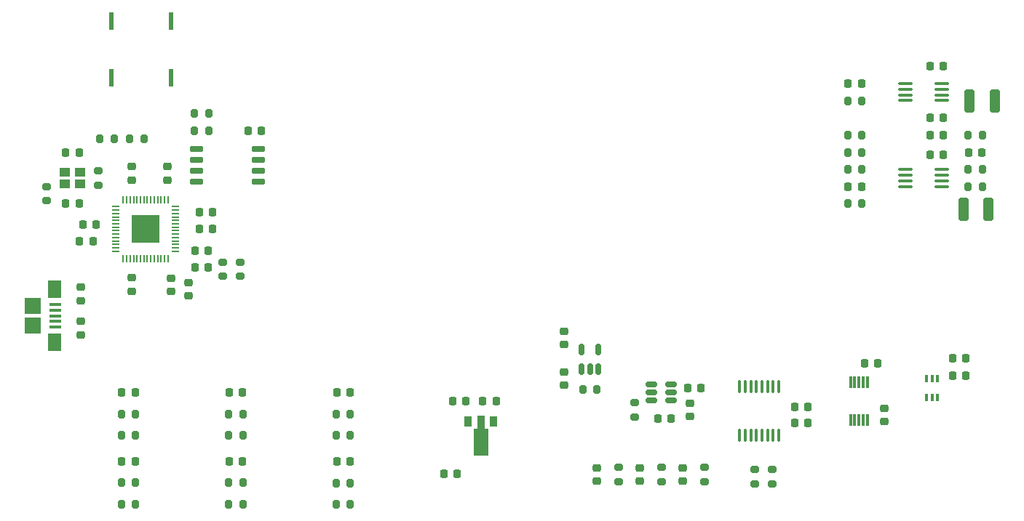
<source format=gtp>
G04 #@! TF.GenerationSoftware,KiCad,Pcbnew,(6.0.5)*
G04 #@! TF.CreationDate,2023-10-06T12:52:39-04:00*
G04 #@! TF.ProjectId,v1,76312e6b-6963-4616-945f-706362585858,rev?*
G04 #@! TF.SameCoordinates,Original*
G04 #@! TF.FileFunction,Paste,Top*
G04 #@! TF.FilePolarity,Positive*
%FSLAX46Y46*%
G04 Gerber Fmt 4.6, Leading zero omitted, Abs format (unit mm)*
G04 Created by KiCad (PCBNEW (6.0.5)) date 2023-10-06 12:52:39*
%MOMM*%
%LPD*%
G01*
G04 APERTURE LIST*
G04 Aperture macros list*
%AMRoundRect*
0 Rectangle with rounded corners*
0 $1 Rounding radius*
0 $2 $3 $4 $5 $6 $7 $8 $9 X,Y pos of 4 corners*
0 Add a 4 corners polygon primitive as box body*
4,1,4,$2,$3,$4,$5,$6,$7,$8,$9,$2,$3,0*
0 Add four circle primitives for the rounded corners*
1,1,$1+$1,$2,$3*
1,1,$1+$1,$4,$5*
1,1,$1+$1,$6,$7*
1,1,$1+$1,$8,$9*
0 Add four rect primitives between the rounded corners*
20,1,$1+$1,$2,$3,$4,$5,0*
20,1,$1+$1,$4,$5,$6,$7,0*
20,1,$1+$1,$6,$7,$8,$9,0*
20,1,$1+$1,$8,$9,$2,$3,0*%
%AMFreePoly0*
4,1,9,3.862500,-0.866500,0.737500,-0.866500,0.737500,-0.450000,-0.737500,-0.450000,-0.737500,0.450000,0.737500,0.450000,0.737500,0.866500,3.862500,0.866500,3.862500,-0.866500,3.862500,-0.866500,$1*%
G04 Aperture macros list end*
%ADD10RoundRect,0.218750X0.256250X-0.218750X0.256250X0.218750X-0.256250X0.218750X-0.256250X-0.218750X0*%
%ADD11RoundRect,0.218750X-0.256250X0.218750X-0.256250X-0.218750X0.256250X-0.218750X0.256250X0.218750X0*%
%ADD12RoundRect,0.200000X-0.200000X-0.275000X0.200000X-0.275000X0.200000X0.275000X-0.200000X0.275000X0*%
%ADD13RoundRect,0.225000X0.225000X0.250000X-0.225000X0.250000X-0.225000X-0.250000X0.225000X-0.250000X0*%
%ADD14RoundRect,0.200000X0.200000X0.275000X-0.200000X0.275000X-0.200000X-0.275000X0.200000X-0.275000X0*%
%ADD15RoundRect,0.225000X0.250000X-0.225000X0.250000X0.225000X-0.250000X0.225000X-0.250000X-0.225000X0*%
%ADD16RoundRect,0.225000X-0.225000X-0.250000X0.225000X-0.250000X0.225000X0.250000X-0.225000X0.250000X0*%
%ADD17RoundRect,0.200000X0.275000X-0.200000X0.275000X0.200000X-0.275000X0.200000X-0.275000X-0.200000X0*%
%ADD18RoundRect,0.200000X-0.275000X0.200000X-0.275000X-0.200000X0.275000X-0.200000X0.275000X0.200000X0*%
%ADD19RoundRect,0.225000X-0.250000X0.225000X-0.250000X-0.225000X0.250000X-0.225000X0.250000X0.225000X0*%
%ADD20O,0.200000X0.875000*%
%ADD21O,0.875000X0.200000*%
%ADD22R,3.200000X3.200000*%
%ADD23R,0.558800X2.108200*%
%ADD24RoundRect,0.100000X-0.100000X0.637500X-0.100000X-0.637500X0.100000X-0.637500X0.100000X0.637500X0*%
%ADD25RoundRect,0.150000X0.150000X-0.512500X0.150000X0.512500X-0.150000X0.512500X-0.150000X-0.512500X0*%
%ADD26RoundRect,0.100000X-0.712500X-0.100000X0.712500X-0.100000X0.712500X0.100000X-0.712500X0.100000X0*%
%ADD27RoundRect,0.150000X-0.650000X-0.150000X0.650000X-0.150000X0.650000X0.150000X-0.650000X0.150000X0*%
%ADD28R,1.150000X1.000000*%
%ADD29R,0.400000X0.900000*%
%ADD30RoundRect,0.150000X-0.512500X-0.150000X0.512500X-0.150000X0.512500X0.150000X-0.512500X0.150000X0*%
%ADD31RoundRect,0.250000X-0.325000X-1.100000X0.325000X-1.100000X0.325000X1.100000X-0.325000X1.100000X0*%
%ADD32R,0.300000X1.400000*%
%ADD33R,1.600000X2.100000*%
%ADD34R,1.900000X1.950000*%
%ADD35R,1.360000X0.400000*%
%ADD36R,0.900000X1.300000*%
%ADD37FreePoly0,270.000000*%
%ADD38RoundRect,0.250000X0.325000X1.100000X-0.325000X1.100000X-0.325000X-1.100000X0.325000X-1.100000X0*%
G04 APERTURE END LIST*
D10*
X94500000Y-106787500D03*
X94500000Y-105212500D03*
D11*
X94500000Y-109212500D03*
X94500000Y-110787500D03*
D12*
X124175000Y-120000000D03*
X125825000Y-120000000D03*
D13*
X115500000Y-87000000D03*
X113950000Y-87000000D03*
D14*
X185325000Y-91500000D03*
X183675000Y-91500000D03*
D15*
X100400000Y-92712500D03*
X100400000Y-91162500D03*
D12*
X99175000Y-120000000D03*
X100825000Y-120000000D03*
D16*
X195905000Y-113500000D03*
X197455000Y-113500000D03*
D17*
X158862500Y-120325000D03*
X158862500Y-118675000D03*
D14*
X113325000Y-122500000D03*
X111675000Y-122500000D03*
D13*
X185275000Y-93500000D03*
X183725000Y-93500000D03*
D11*
X159500000Y-126252500D03*
X159500000Y-127827500D03*
D18*
X172875000Y-126487500D03*
X172875000Y-128137500D03*
D16*
X195905000Y-115500000D03*
X197455000Y-115500000D03*
D12*
X99175000Y-128000000D03*
X100825000Y-128000000D03*
D13*
X138275000Y-127000000D03*
X136725000Y-127000000D03*
D19*
X107000000Y-104662500D03*
X107000000Y-106212500D03*
D18*
X113000000Y-102287500D03*
X113000000Y-103937500D03*
D13*
X194775000Y-87500000D03*
X193225000Y-87500000D03*
D18*
X157000000Y-126215000D03*
X157000000Y-127865000D03*
D20*
X104600000Y-95000000D03*
X104200000Y-95000000D03*
X103800000Y-95000000D03*
X103400000Y-95000000D03*
X103000000Y-95000000D03*
X102600000Y-95000000D03*
X102200000Y-95000000D03*
X101800000Y-95000000D03*
X101400000Y-95000000D03*
X101000000Y-95000000D03*
X100600000Y-95000000D03*
X100200000Y-95000000D03*
X99800000Y-95000000D03*
X99400000Y-95000000D03*
D21*
X98562500Y-95837500D03*
X98562500Y-96237500D03*
X98562500Y-96637500D03*
X98562500Y-97037500D03*
X98562500Y-97437500D03*
X98562500Y-97837500D03*
X98562500Y-98237500D03*
X98562500Y-98637500D03*
X98562500Y-99037500D03*
X98562500Y-99437500D03*
X98562500Y-99837500D03*
X98562500Y-100237500D03*
X98562500Y-100637500D03*
X98562500Y-101037500D03*
D20*
X99400000Y-101875000D03*
X99800000Y-101875000D03*
X100200000Y-101875000D03*
X100600000Y-101875000D03*
X101000000Y-101875000D03*
X101400000Y-101875000D03*
X101800000Y-101875000D03*
X102200000Y-101875000D03*
X102600000Y-101875000D03*
X103000000Y-101875000D03*
X103400000Y-101875000D03*
X103800000Y-101875000D03*
X104200000Y-101875000D03*
X104600000Y-101875000D03*
D21*
X105437500Y-101037500D03*
X105437500Y-100637500D03*
X105437500Y-100237500D03*
X105437500Y-99837500D03*
X105437500Y-99437500D03*
X105437500Y-99037500D03*
X105437500Y-98637500D03*
X105437500Y-98237500D03*
X105437500Y-97837500D03*
X105437500Y-97437500D03*
X105437500Y-97037500D03*
X105437500Y-96637500D03*
X105437500Y-96237500D03*
X105437500Y-95837500D03*
D22*
X102000000Y-98437500D03*
D23*
X105000000Y-74199300D03*
X105000000Y-80800700D03*
D24*
X175650000Y-116775000D03*
X175000000Y-116775000D03*
X174350000Y-116775000D03*
X173700000Y-116775000D03*
X173050000Y-116775000D03*
X172400000Y-116775000D03*
X171750000Y-116775000D03*
X171100000Y-116775000D03*
X171100000Y-122500000D03*
X171750000Y-122500000D03*
X172400000Y-122500000D03*
X173050000Y-122500000D03*
X173700000Y-122500000D03*
X174350000Y-122500000D03*
X175000000Y-122500000D03*
X175650000Y-122500000D03*
D12*
X197675000Y-87500000D03*
X199325000Y-87500000D03*
X183675000Y-83500000D03*
X185325000Y-83500000D03*
X111675000Y-120000000D03*
X113325000Y-120000000D03*
X152875000Y-117100000D03*
X154525000Y-117100000D03*
D13*
X96275000Y-97937500D03*
X94725000Y-97937500D03*
D25*
X152750000Y-114737500D03*
X153700000Y-114737500D03*
X154650000Y-114737500D03*
X154650000Y-112462500D03*
X152750000Y-112462500D03*
D14*
X185325000Y-95500000D03*
X183675000Y-95500000D03*
D17*
X96500000Y-93325000D03*
X96500000Y-91675000D03*
D13*
X94275000Y-89500000D03*
X92725000Y-89500000D03*
D26*
X190387500Y-91525000D03*
X190387500Y-92175000D03*
X190387500Y-92825000D03*
X190387500Y-93475000D03*
X194612500Y-93475000D03*
X194612500Y-92825000D03*
X194612500Y-92175000D03*
X194612500Y-91525000D03*
D12*
X197675000Y-91500000D03*
X199325000Y-91500000D03*
D27*
X107900000Y-89095000D03*
X107900000Y-90365000D03*
X107900000Y-91635000D03*
X107900000Y-92905000D03*
X115100000Y-92905000D03*
X115100000Y-91635000D03*
X115100000Y-90365000D03*
X115100000Y-89095000D03*
D28*
X92625000Y-93200000D03*
X94375000Y-93200000D03*
X94375000Y-91800000D03*
X92625000Y-91800000D03*
D12*
X183675000Y-87500000D03*
X185325000Y-87500000D03*
D14*
X199325000Y-93500000D03*
X197675000Y-93500000D03*
D19*
X150700000Y-115100000D03*
X150700000Y-116650000D03*
D29*
X192850000Y-118100000D03*
X193500000Y-118100000D03*
X194150000Y-118100000D03*
X194150000Y-115900000D03*
X193500000Y-115900000D03*
X192850000Y-115900000D03*
D18*
X111000000Y-102287500D03*
X111000000Y-103937500D03*
D19*
X105000000Y-104162500D03*
X105000000Y-105712500D03*
D16*
X111725000Y-117500000D03*
X113275000Y-117500000D03*
X108225000Y-96437500D03*
X109775000Y-96437500D03*
X99225000Y-125500000D03*
X100775000Y-125500000D03*
D12*
X107675000Y-87000000D03*
X109325000Y-87000000D03*
D15*
X150700000Y-111875000D03*
X150700000Y-110325000D03*
D16*
X111725000Y-125500000D03*
X113275000Y-125500000D03*
X197725000Y-89500000D03*
X199275000Y-89500000D03*
D13*
X194775000Y-89800000D03*
X193225000Y-89800000D03*
D11*
X154500000Y-126252500D03*
X154500000Y-127827500D03*
D26*
X190387500Y-81525000D03*
X190387500Y-82175000D03*
X190387500Y-82825000D03*
X190387500Y-83475000D03*
X194612500Y-83475000D03*
X194612500Y-82825000D03*
X194612500Y-82175000D03*
X194612500Y-81525000D03*
D18*
X162000000Y-126215000D03*
X162000000Y-127865000D03*
D30*
X160862500Y-116550000D03*
X160862500Y-117500000D03*
X160862500Y-118450000D03*
X163137500Y-118450000D03*
X163137500Y-117500000D03*
X163137500Y-116550000D03*
D14*
X125825000Y-122500000D03*
X124175000Y-122500000D03*
X100825000Y-130500000D03*
X99175000Y-130500000D03*
D16*
X107725000Y-102937500D03*
X109275000Y-102937500D03*
D31*
X197825000Y-83500000D03*
X200775000Y-83500000D03*
D13*
X139275000Y-118500000D03*
X137725000Y-118500000D03*
D12*
X107675000Y-85000000D03*
X109325000Y-85000000D03*
D19*
X165362500Y-118725000D03*
X165362500Y-120275000D03*
D16*
X177525000Y-119200000D03*
X179075000Y-119200000D03*
D13*
X95875000Y-99900000D03*
X94325000Y-99900000D03*
D16*
X124225000Y-117500000D03*
X125775000Y-117500000D03*
X177525000Y-121062500D03*
X179075000Y-121062500D03*
D11*
X164500000Y-126252500D03*
X164500000Y-127827500D03*
D16*
X108225000Y-98437500D03*
X109775000Y-98437500D03*
D23*
X98000000Y-74199300D03*
X98000000Y-80800700D03*
D13*
X125775000Y-125540000D03*
X124225000Y-125540000D03*
D32*
X186000000Y-116300000D03*
X185500000Y-116300000D03*
X185000000Y-116300000D03*
X184500000Y-116300000D03*
X184000000Y-116300000D03*
X184000000Y-120700000D03*
X184500000Y-120700000D03*
X185000000Y-120700000D03*
X185500000Y-120700000D03*
X186000000Y-120700000D03*
D33*
X91400000Y-111650000D03*
D34*
X88850000Y-107375000D03*
D33*
X91400000Y-105450000D03*
D34*
X88850000Y-109725000D03*
D35*
X91500000Y-109850000D03*
X91500000Y-109200000D03*
X91500000Y-108550000D03*
X91500000Y-107900000D03*
X91500000Y-107250000D03*
D16*
X183725000Y-81500000D03*
X185275000Y-81500000D03*
D18*
X167000000Y-126215000D03*
X167000000Y-127865000D03*
D14*
X185325000Y-89500000D03*
X183675000Y-89500000D03*
D13*
X163137500Y-120500000D03*
X161587500Y-120500000D03*
D12*
X111675000Y-128000000D03*
X113325000Y-128000000D03*
D14*
X113325000Y-130500000D03*
X111675000Y-130500000D03*
X100825000Y-122500000D03*
X99175000Y-122500000D03*
D16*
X107725000Y-100937500D03*
X109275000Y-100937500D03*
D15*
X104500000Y-92712500D03*
X104500000Y-91162500D03*
D18*
X174875000Y-126487500D03*
X174875000Y-128137500D03*
D16*
X99225000Y-117500000D03*
X100775000Y-117500000D03*
D18*
X90500000Y-93500000D03*
X90500000Y-95150000D03*
D16*
X185654000Y-114079000D03*
X187204000Y-114079000D03*
X92725000Y-95500000D03*
X94275000Y-95500000D03*
D13*
X194775000Y-85500000D03*
X193225000Y-85500000D03*
D36*
X142500000Y-120850000D03*
D37*
X141000000Y-120937500D03*
D36*
X139500000Y-120850000D03*
D15*
X187929000Y-120854000D03*
X187929000Y-119304000D03*
D38*
X200075000Y-96100000D03*
X197125000Y-96100000D03*
D16*
X165087500Y-117000000D03*
X166637500Y-117000000D03*
D19*
X100400000Y-104125000D03*
X100400000Y-105675000D03*
D16*
X141225000Y-118500000D03*
X142775000Y-118500000D03*
D14*
X125825000Y-130540000D03*
X124175000Y-130540000D03*
D12*
X124175000Y-128040000D03*
X125825000Y-128040000D03*
X100175000Y-87937500D03*
X101825000Y-87937500D03*
D13*
X194775000Y-79500000D03*
X193225000Y-79500000D03*
D14*
X98325000Y-87937500D03*
X96675000Y-87937500D03*
M02*

</source>
